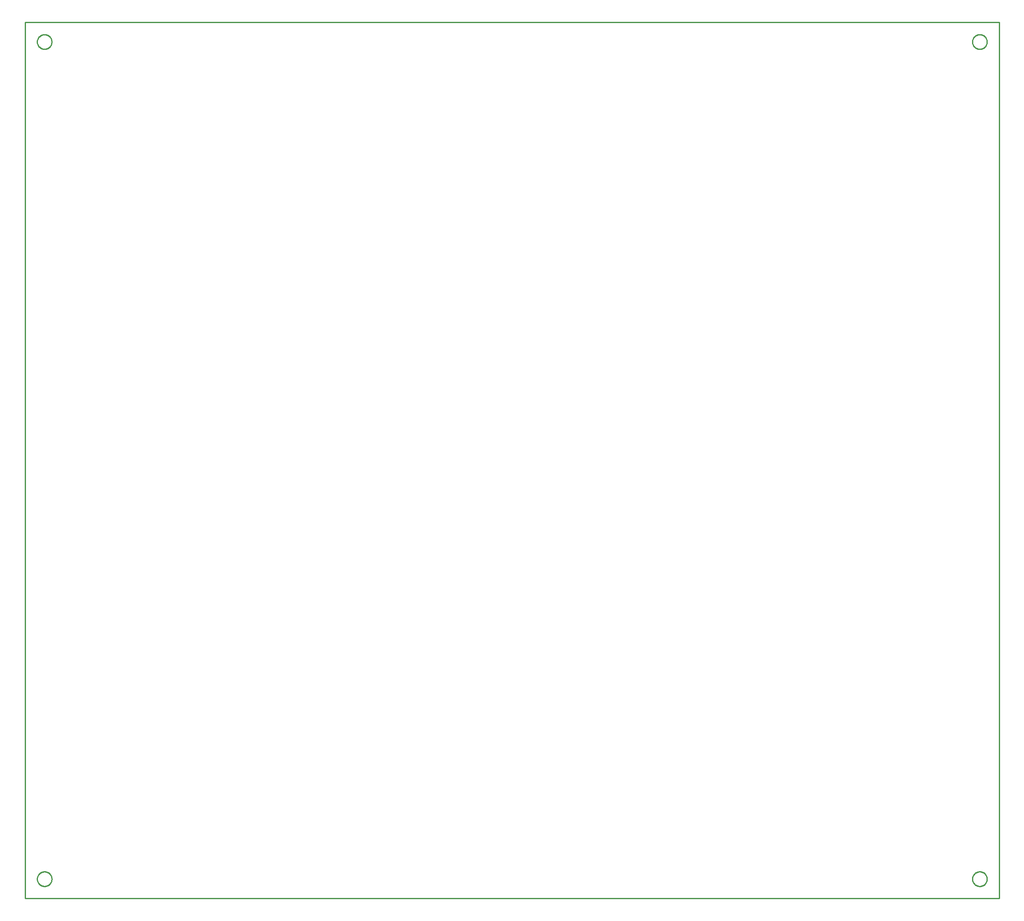
<source format=gbr>
G04 EAGLE Gerber RS-274X export*
G75*
%MOIN*%
%FSLAX34Y34*%
%LPD*%
%IN*%
%IPPOS*%
%AMOC8*
5,1,8,0,0,1.08239X$1,22.5*%
G01*
%ADD10C,0.010000*%


D10*
X0Y0D02*
X78740Y0D01*
X78740Y70866D01*
X0Y70866D01*
X0Y0D01*
X2165Y69270D02*
X2162Y69228D01*
X2156Y69186D01*
X2147Y69145D01*
X2135Y69105D01*
X2121Y69065D01*
X2103Y69027D01*
X2083Y68990D01*
X2060Y68954D01*
X2035Y68921D01*
X2007Y68889D01*
X1977Y68859D01*
X1946Y68831D01*
X1912Y68806D01*
X1876Y68783D01*
X1839Y68763D01*
X1801Y68745D01*
X1761Y68731D01*
X1721Y68719D01*
X1680Y68710D01*
X1638Y68704D01*
X1596Y68701D01*
X1554Y68701D01*
X1512Y68704D01*
X1470Y68710D01*
X1429Y68719D01*
X1388Y68731D01*
X1349Y68745D01*
X1310Y68763D01*
X1273Y68783D01*
X1238Y68806D01*
X1204Y68831D01*
X1172Y68859D01*
X1142Y68889D01*
X1115Y68921D01*
X1089Y68954D01*
X1067Y68990D01*
X1046Y69027D01*
X1029Y69065D01*
X1014Y69105D01*
X1002Y69145D01*
X993Y69186D01*
X987Y69228D01*
X984Y69270D01*
X984Y69312D01*
X987Y69355D01*
X993Y69396D01*
X1002Y69437D01*
X1014Y69478D01*
X1029Y69517D01*
X1046Y69556D01*
X1067Y69593D01*
X1089Y69628D01*
X1115Y69662D01*
X1142Y69694D01*
X1172Y69724D01*
X1204Y69751D01*
X1238Y69777D01*
X1273Y69800D01*
X1310Y69820D01*
X1349Y69837D01*
X1388Y69852D01*
X1429Y69864D01*
X1470Y69873D01*
X1512Y69879D01*
X1554Y69882D01*
X1596Y69882D01*
X1638Y69879D01*
X1680Y69873D01*
X1721Y69864D01*
X1761Y69852D01*
X1801Y69837D01*
X1839Y69820D01*
X1876Y69800D01*
X1912Y69777D01*
X1946Y69751D01*
X1977Y69724D01*
X2007Y69694D01*
X2035Y69662D01*
X2060Y69628D01*
X2083Y69593D01*
X2103Y69556D01*
X2121Y69517D01*
X2135Y69478D01*
X2147Y69437D01*
X2156Y69396D01*
X2162Y69355D01*
X2165Y69312D01*
X2165Y69270D01*
X77756Y69270D02*
X77753Y69228D01*
X77747Y69186D01*
X77738Y69145D01*
X77726Y69105D01*
X77711Y69065D01*
X77694Y69027D01*
X77674Y68990D01*
X77651Y68954D01*
X77625Y68921D01*
X77598Y68889D01*
X77568Y68859D01*
X77536Y68831D01*
X77502Y68806D01*
X77467Y68783D01*
X77430Y68763D01*
X77391Y68745D01*
X77352Y68731D01*
X77311Y68719D01*
X77270Y68710D01*
X77229Y68704D01*
X77186Y68701D01*
X77144Y68701D01*
X77102Y68704D01*
X77060Y68710D01*
X77019Y68719D01*
X76979Y68731D01*
X76939Y68745D01*
X76901Y68763D01*
X76864Y68783D01*
X76828Y68806D01*
X76795Y68831D01*
X76763Y68859D01*
X76733Y68889D01*
X76705Y68921D01*
X76680Y68954D01*
X76657Y68990D01*
X76637Y69027D01*
X76619Y69065D01*
X76605Y69105D01*
X76593Y69145D01*
X76584Y69186D01*
X76578Y69228D01*
X76575Y69270D01*
X76575Y69312D01*
X76578Y69355D01*
X76584Y69396D01*
X76593Y69437D01*
X76605Y69478D01*
X76619Y69517D01*
X76637Y69556D01*
X76657Y69593D01*
X76680Y69628D01*
X76705Y69662D01*
X76733Y69694D01*
X76763Y69724D01*
X76795Y69751D01*
X76828Y69777D01*
X76864Y69800D01*
X76901Y69820D01*
X76939Y69837D01*
X76979Y69852D01*
X77019Y69864D01*
X77060Y69873D01*
X77102Y69879D01*
X77144Y69882D01*
X77186Y69882D01*
X77229Y69879D01*
X77270Y69873D01*
X77311Y69864D01*
X77352Y69852D01*
X77391Y69837D01*
X77430Y69820D01*
X77467Y69800D01*
X77502Y69777D01*
X77536Y69751D01*
X77568Y69724D01*
X77598Y69694D01*
X77625Y69662D01*
X77651Y69628D01*
X77674Y69593D01*
X77694Y69556D01*
X77711Y69517D01*
X77726Y69478D01*
X77738Y69437D01*
X77747Y69396D01*
X77753Y69355D01*
X77756Y69312D01*
X77756Y69270D01*
X2165Y1554D02*
X2162Y1512D01*
X2156Y1470D01*
X2147Y1429D01*
X2135Y1388D01*
X2121Y1349D01*
X2103Y1310D01*
X2083Y1273D01*
X2060Y1238D01*
X2035Y1204D01*
X2007Y1172D01*
X1977Y1142D01*
X1946Y1115D01*
X1912Y1089D01*
X1876Y1067D01*
X1839Y1046D01*
X1801Y1029D01*
X1761Y1014D01*
X1721Y1002D01*
X1680Y993D01*
X1638Y987D01*
X1596Y984D01*
X1554Y984D01*
X1512Y987D01*
X1470Y993D01*
X1429Y1002D01*
X1388Y1014D01*
X1349Y1029D01*
X1310Y1046D01*
X1273Y1067D01*
X1238Y1089D01*
X1204Y1115D01*
X1172Y1142D01*
X1142Y1172D01*
X1115Y1204D01*
X1089Y1238D01*
X1067Y1273D01*
X1046Y1310D01*
X1029Y1349D01*
X1014Y1388D01*
X1002Y1429D01*
X993Y1470D01*
X987Y1512D01*
X984Y1554D01*
X984Y1596D01*
X987Y1638D01*
X993Y1680D01*
X1002Y1721D01*
X1014Y1761D01*
X1029Y1801D01*
X1046Y1839D01*
X1067Y1876D01*
X1089Y1912D01*
X1115Y1946D01*
X1142Y1977D01*
X1172Y2007D01*
X1204Y2035D01*
X1238Y2060D01*
X1273Y2083D01*
X1310Y2103D01*
X1349Y2121D01*
X1388Y2135D01*
X1429Y2147D01*
X1470Y2156D01*
X1512Y2162D01*
X1554Y2165D01*
X1596Y2165D01*
X1638Y2162D01*
X1680Y2156D01*
X1721Y2147D01*
X1761Y2135D01*
X1801Y2121D01*
X1839Y2103D01*
X1876Y2083D01*
X1912Y2060D01*
X1946Y2035D01*
X1977Y2007D01*
X2007Y1977D01*
X2035Y1946D01*
X2060Y1912D01*
X2083Y1876D01*
X2103Y1839D01*
X2121Y1801D01*
X2135Y1761D01*
X2147Y1721D01*
X2156Y1680D01*
X2162Y1638D01*
X2165Y1596D01*
X2165Y1554D01*
X77756Y1554D02*
X77753Y1512D01*
X77747Y1470D01*
X77738Y1429D01*
X77726Y1388D01*
X77711Y1349D01*
X77694Y1310D01*
X77674Y1273D01*
X77651Y1238D01*
X77625Y1204D01*
X77598Y1172D01*
X77568Y1142D01*
X77536Y1115D01*
X77502Y1089D01*
X77467Y1067D01*
X77430Y1046D01*
X77391Y1029D01*
X77352Y1014D01*
X77311Y1002D01*
X77270Y993D01*
X77229Y987D01*
X77186Y984D01*
X77144Y984D01*
X77102Y987D01*
X77060Y993D01*
X77019Y1002D01*
X76979Y1014D01*
X76939Y1029D01*
X76901Y1046D01*
X76864Y1067D01*
X76828Y1089D01*
X76795Y1115D01*
X76763Y1142D01*
X76733Y1172D01*
X76705Y1204D01*
X76680Y1238D01*
X76657Y1273D01*
X76637Y1310D01*
X76619Y1349D01*
X76605Y1388D01*
X76593Y1429D01*
X76584Y1470D01*
X76578Y1512D01*
X76575Y1554D01*
X76575Y1596D01*
X76578Y1638D01*
X76584Y1680D01*
X76593Y1721D01*
X76605Y1761D01*
X76619Y1801D01*
X76637Y1839D01*
X76657Y1876D01*
X76680Y1912D01*
X76705Y1946D01*
X76733Y1977D01*
X76763Y2007D01*
X76795Y2035D01*
X76828Y2060D01*
X76864Y2083D01*
X76901Y2103D01*
X76939Y2121D01*
X76979Y2135D01*
X77019Y2147D01*
X77060Y2156D01*
X77102Y2162D01*
X77144Y2165D01*
X77186Y2165D01*
X77229Y2162D01*
X77270Y2156D01*
X77311Y2147D01*
X77352Y2135D01*
X77391Y2121D01*
X77430Y2103D01*
X77467Y2083D01*
X77502Y2060D01*
X77536Y2035D01*
X77568Y2007D01*
X77598Y1977D01*
X77625Y1946D01*
X77651Y1912D01*
X77674Y1876D01*
X77694Y1839D01*
X77711Y1801D01*
X77726Y1761D01*
X77738Y1721D01*
X77747Y1680D01*
X77753Y1638D01*
X77756Y1596D01*
X77756Y1554D01*
M02*

</source>
